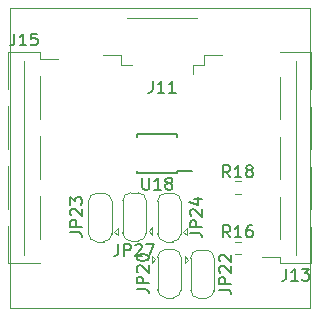
<source format=gbr>
G04 #@! TF.GenerationSoftware,KiCad,Pcbnew,(5.1.2)-2*
G04 #@! TF.CreationDate,2021-11-10T11:28:23-03:00*
G04 #@! TF.ProjectId,MAG_Plus,4d41475f-506c-4757-932e-6b696361645f,rev?*
G04 #@! TF.SameCoordinates,Original*
G04 #@! TF.FileFunction,Legend,Top*
G04 #@! TF.FilePolarity,Positive*
%FSLAX46Y46*%
G04 Gerber Fmt 4.6, Leading zero omitted, Abs format (unit mm)*
G04 Created by KiCad (PCBNEW (5.1.2)-2) date 2021-11-10 11:28:23*
%MOMM*%
%LPD*%
G04 APERTURE LIST*
%ADD10C,0.120000*%
%ADD11C,0.150000*%
G04 APERTURE END LIST*
D10*
X175600000Y-192600000D02*
X150200000Y-192600000D01*
X151400000Y-188099978D02*
X151400000Y-171700000D01*
X174400000Y-188100000D02*
X174400000Y-171700000D01*
X175600000Y-167200000D02*
X150200000Y-167200000D01*
X150200000Y-192600000D02*
X150200000Y-167200000D01*
X175600000Y-192600000D02*
X175600000Y-167200000D01*
X175730000Y-174060000D02*
X175730000Y-170950000D01*
X175730000Y-179140000D02*
X175730000Y-175580000D01*
X175730000Y-184220000D02*
X175730000Y-180660000D01*
X175730000Y-171520000D02*
X175730000Y-170950000D01*
X173070000Y-188850000D02*
X173070000Y-188280000D01*
X173070000Y-188280000D02*
X171550000Y-188280000D01*
X175730000Y-188850000D02*
X175730000Y-185740000D01*
X173070000Y-176600000D02*
X173070000Y-173040000D01*
X173070000Y-181680000D02*
X173070000Y-178120000D01*
X173070000Y-186760000D02*
X173070000Y-183200000D01*
X175730000Y-170950000D02*
X173070000Y-170950000D01*
X175730000Y-188850000D02*
X173070000Y-188850000D01*
X160525000Y-172075000D02*
X159575000Y-172075000D01*
X159575000Y-172075000D02*
X159575000Y-171175000D01*
X159575000Y-171175000D02*
X158075000Y-171175000D01*
X165675000Y-172075000D02*
X166625000Y-172075000D01*
X166625000Y-172075000D02*
X166625000Y-171175000D01*
X166625000Y-171175000D02*
X168125000Y-171175000D01*
X166075000Y-168075000D02*
X160125000Y-168075000D01*
X165675000Y-172075000D02*
X165675000Y-172825000D01*
X150070000Y-170930000D02*
X152730000Y-170930000D01*
X150070000Y-188830000D02*
X152730000Y-188830000D01*
X152730000Y-173020000D02*
X152730000Y-176580000D01*
X152730000Y-178100000D02*
X152730000Y-181660000D01*
X152730000Y-183180000D02*
X152730000Y-186740000D01*
X150070000Y-170930000D02*
X150070000Y-174040000D01*
X152730000Y-171500000D02*
X154250000Y-171500000D01*
X152730000Y-170930000D02*
X152730000Y-171500000D01*
X150070000Y-188260000D02*
X150070000Y-188830000D01*
X150070000Y-175560000D02*
X150070000Y-179120000D01*
X150070000Y-180640000D02*
X150070000Y-184200000D01*
X150070000Y-185720000D02*
X150070000Y-188830000D01*
X162500000Y-188500000D02*
X162200000Y-188800000D01*
X162200000Y-188200000D02*
X162200000Y-188800000D01*
X162500000Y-188500000D02*
X162200000Y-188200000D01*
X163400000Y-187650000D02*
X164000000Y-187650000D01*
X162700000Y-191100000D02*
X162700000Y-188300000D01*
X164000000Y-191750000D02*
X163400000Y-191750000D01*
X164700000Y-188300000D02*
X164700000Y-191100000D01*
X164700000Y-191050000D02*
G75*
G02X164000000Y-191750000I-700000J0D01*
G01*
X163400000Y-191750000D02*
G75*
G02X162700000Y-191050000I0J700000D01*
G01*
X162700000Y-188350000D02*
G75*
G02X163400000Y-187650000I700000J0D01*
G01*
X164000000Y-187650000D02*
G75*
G02X164700000Y-188350000I0J-700000D01*
G01*
X166800000Y-187700000D02*
G75*
G02X167500000Y-188400000I0J-700000D01*
G01*
X165500000Y-188400000D02*
G75*
G02X166200000Y-187700000I700000J0D01*
G01*
X166200000Y-191800000D02*
G75*
G02X165500000Y-191100000I0J700000D01*
G01*
X167500000Y-191100000D02*
G75*
G02X166800000Y-191800000I-700000J0D01*
G01*
X167500000Y-188350000D02*
X167500000Y-191150000D01*
X166800000Y-191800000D02*
X166200000Y-191800000D01*
X165500000Y-191150000D02*
X165500000Y-188350000D01*
X166200000Y-187700000D02*
X166800000Y-187700000D01*
X165300000Y-188550000D02*
X165000000Y-188250000D01*
X165000000Y-188250000D02*
X165000000Y-188850000D01*
X165300000Y-188550000D02*
X165000000Y-188850000D01*
X169250000Y-188060000D02*
X169750000Y-188060000D01*
X169750000Y-187000000D02*
X169250000Y-187000000D01*
X169750000Y-181910000D02*
X169250000Y-181910000D01*
X169250000Y-182970000D02*
X169750000Y-182970000D01*
X159050000Y-186150000D02*
X159350000Y-185850000D01*
X159350000Y-186450000D02*
X159350000Y-185850000D01*
X159050000Y-186150000D02*
X159350000Y-186450000D01*
X158150000Y-187000000D02*
X157550000Y-187000000D01*
X158850000Y-183550000D02*
X158850000Y-186350000D01*
X157550000Y-182900000D02*
X158150000Y-182900000D01*
X156850000Y-186350000D02*
X156850000Y-183550000D01*
X156850000Y-183600000D02*
G75*
G02X157550000Y-182900000I700000J0D01*
G01*
X158150000Y-182900000D02*
G75*
G02X158850000Y-183600000I0J-700000D01*
G01*
X158850000Y-186300000D02*
G75*
G02X158150000Y-187000000I-700000J0D01*
G01*
X157550000Y-187000000D02*
G75*
G02X156850000Y-186300000I0J700000D01*
G01*
X163400000Y-187000000D02*
G75*
G02X162700000Y-186300000I0J700000D01*
G01*
X164700000Y-186300000D02*
G75*
G02X164000000Y-187000000I-700000J0D01*
G01*
X164000000Y-182900000D02*
G75*
G02X164700000Y-183600000I0J-700000D01*
G01*
X162700000Y-183600000D02*
G75*
G02X163400000Y-182900000I700000J0D01*
G01*
X162700000Y-186350000D02*
X162700000Y-183550000D01*
X163400000Y-182900000D02*
X164000000Y-182900000D01*
X164700000Y-183550000D02*
X164700000Y-186350000D01*
X164000000Y-187000000D02*
X163400000Y-187000000D01*
X164900000Y-186150000D02*
X165200000Y-186450000D01*
X165200000Y-186450000D02*
X165200000Y-185850000D01*
X164900000Y-186150000D02*
X165200000Y-185850000D01*
X161950000Y-186100000D02*
X162250000Y-185800000D01*
X162250000Y-186400000D02*
X162250000Y-185800000D01*
X161950000Y-186100000D02*
X162250000Y-186400000D01*
X161050000Y-186950000D02*
X160450000Y-186950000D01*
X161750000Y-183500000D02*
X161750000Y-186300000D01*
X160450000Y-182850000D02*
X161050000Y-182850000D01*
X159750000Y-186300000D02*
X159750000Y-183500000D01*
X159750000Y-183550000D02*
G75*
G02X160450000Y-182850000I700000J0D01*
G01*
X161050000Y-182850000D02*
G75*
G02X161750000Y-183550000I0J-700000D01*
G01*
X161750000Y-186250000D02*
G75*
G02X161050000Y-186950000I-700000J0D01*
G01*
X160450000Y-186950000D02*
G75*
G02X159750000Y-186250000I0J700000D01*
G01*
D11*
X164335000Y-181230000D02*
X164335000Y-181055000D01*
X160985000Y-181230000D02*
X160985000Y-180980000D01*
X160985000Y-177880000D02*
X160985000Y-178130000D01*
X164335000Y-177880000D02*
X164335000Y-178130000D01*
X164335000Y-181230000D02*
X160985000Y-181230000D01*
X164335000Y-177880000D02*
X160985000Y-177880000D01*
X164335000Y-181055000D02*
X165585000Y-181055000D01*
X173590476Y-189302380D02*
X173590476Y-190016666D01*
X173542857Y-190159523D01*
X173447619Y-190254761D01*
X173304761Y-190302380D01*
X173209523Y-190302380D01*
X174590476Y-190302380D02*
X174019047Y-190302380D01*
X174304761Y-190302380D02*
X174304761Y-189302380D01*
X174209523Y-189445238D01*
X174114285Y-189540476D01*
X174019047Y-189588095D01*
X174923809Y-189302380D02*
X175542857Y-189302380D01*
X175209523Y-189683333D01*
X175352380Y-189683333D01*
X175447619Y-189730952D01*
X175495238Y-189778571D01*
X175542857Y-189873809D01*
X175542857Y-190111904D01*
X175495238Y-190207142D01*
X175447619Y-190254761D01*
X175352380Y-190302380D01*
X175066666Y-190302380D01*
X174971428Y-190254761D01*
X174923809Y-190207142D01*
X162290476Y-173402380D02*
X162290476Y-174116666D01*
X162242857Y-174259523D01*
X162147619Y-174354761D01*
X162004761Y-174402380D01*
X161909523Y-174402380D01*
X163290476Y-174402380D02*
X162719047Y-174402380D01*
X163004761Y-174402380D02*
X163004761Y-173402380D01*
X162909523Y-173545238D01*
X162814285Y-173640476D01*
X162719047Y-173688095D01*
X164242857Y-174402380D02*
X163671428Y-174402380D01*
X163957142Y-174402380D02*
X163957142Y-173402380D01*
X163861904Y-173545238D01*
X163766666Y-173640476D01*
X163671428Y-173688095D01*
X150590476Y-169382380D02*
X150590476Y-170096666D01*
X150542857Y-170239523D01*
X150447619Y-170334761D01*
X150304761Y-170382380D01*
X150209523Y-170382380D01*
X151590476Y-170382380D02*
X151019047Y-170382380D01*
X151304761Y-170382380D02*
X151304761Y-169382380D01*
X151209523Y-169525238D01*
X151114285Y-169620476D01*
X151019047Y-169668095D01*
X152495238Y-169382380D02*
X152019047Y-169382380D01*
X151971428Y-169858571D01*
X152019047Y-169810952D01*
X152114285Y-169763333D01*
X152352380Y-169763333D01*
X152447619Y-169810952D01*
X152495238Y-169858571D01*
X152542857Y-169953809D01*
X152542857Y-170191904D01*
X152495238Y-170287142D01*
X152447619Y-170334761D01*
X152352380Y-170382380D01*
X152114285Y-170382380D01*
X152019047Y-170334761D01*
X151971428Y-170287142D01*
X160952380Y-191009523D02*
X161666666Y-191009523D01*
X161809523Y-191057142D01*
X161904761Y-191152380D01*
X161952380Y-191295238D01*
X161952380Y-191390476D01*
X161952380Y-190533333D02*
X160952380Y-190533333D01*
X160952380Y-190152380D01*
X161000000Y-190057142D01*
X161047619Y-190009523D01*
X161142857Y-189961904D01*
X161285714Y-189961904D01*
X161380952Y-190009523D01*
X161428571Y-190057142D01*
X161476190Y-190152380D01*
X161476190Y-190533333D01*
X161047619Y-189580952D02*
X161000000Y-189533333D01*
X160952380Y-189438095D01*
X160952380Y-189200000D01*
X161000000Y-189104761D01*
X161047619Y-189057142D01*
X161142857Y-189009523D01*
X161238095Y-189009523D01*
X161380952Y-189057142D01*
X161952380Y-189628571D01*
X161952380Y-189009523D01*
X160952380Y-188390476D02*
X160952380Y-188295238D01*
X161000000Y-188200000D01*
X161047619Y-188152380D01*
X161142857Y-188104761D01*
X161333333Y-188057142D01*
X161571428Y-188057142D01*
X161761904Y-188104761D01*
X161857142Y-188152380D01*
X161904761Y-188200000D01*
X161952380Y-188295238D01*
X161952380Y-188390476D01*
X161904761Y-188485714D01*
X161857142Y-188533333D01*
X161761904Y-188580952D01*
X161571428Y-188628571D01*
X161333333Y-188628571D01*
X161142857Y-188580952D01*
X161047619Y-188533333D01*
X161000000Y-188485714D01*
X160952380Y-188390476D01*
X167902380Y-191059523D02*
X168616666Y-191059523D01*
X168759523Y-191107142D01*
X168854761Y-191202380D01*
X168902380Y-191345238D01*
X168902380Y-191440476D01*
X168902380Y-190583333D02*
X167902380Y-190583333D01*
X167902380Y-190202380D01*
X167950000Y-190107142D01*
X167997619Y-190059523D01*
X168092857Y-190011904D01*
X168235714Y-190011904D01*
X168330952Y-190059523D01*
X168378571Y-190107142D01*
X168426190Y-190202380D01*
X168426190Y-190583333D01*
X167997619Y-189630952D02*
X167950000Y-189583333D01*
X167902380Y-189488095D01*
X167902380Y-189250000D01*
X167950000Y-189154761D01*
X167997619Y-189107142D01*
X168092857Y-189059523D01*
X168188095Y-189059523D01*
X168330952Y-189107142D01*
X168902380Y-189678571D01*
X168902380Y-189059523D01*
X167997619Y-188678571D02*
X167950000Y-188630952D01*
X167902380Y-188535714D01*
X167902380Y-188297619D01*
X167950000Y-188202380D01*
X167997619Y-188154761D01*
X168092857Y-188107142D01*
X168188095Y-188107142D01*
X168330952Y-188154761D01*
X168902380Y-188726190D01*
X168902380Y-188107142D01*
X168857142Y-186632380D02*
X168523809Y-186156190D01*
X168285714Y-186632380D02*
X168285714Y-185632380D01*
X168666666Y-185632380D01*
X168761904Y-185680000D01*
X168809523Y-185727619D01*
X168857142Y-185822857D01*
X168857142Y-185965714D01*
X168809523Y-186060952D01*
X168761904Y-186108571D01*
X168666666Y-186156190D01*
X168285714Y-186156190D01*
X169809523Y-186632380D02*
X169238095Y-186632380D01*
X169523809Y-186632380D02*
X169523809Y-185632380D01*
X169428571Y-185775238D01*
X169333333Y-185870476D01*
X169238095Y-185918095D01*
X170666666Y-185632380D02*
X170476190Y-185632380D01*
X170380952Y-185680000D01*
X170333333Y-185727619D01*
X170238095Y-185870476D01*
X170190476Y-186060952D01*
X170190476Y-186441904D01*
X170238095Y-186537142D01*
X170285714Y-186584761D01*
X170380952Y-186632380D01*
X170571428Y-186632380D01*
X170666666Y-186584761D01*
X170714285Y-186537142D01*
X170761904Y-186441904D01*
X170761904Y-186203809D01*
X170714285Y-186108571D01*
X170666666Y-186060952D01*
X170571428Y-186013333D01*
X170380952Y-186013333D01*
X170285714Y-186060952D01*
X170238095Y-186108571D01*
X170190476Y-186203809D01*
X168857142Y-181542380D02*
X168523809Y-181066190D01*
X168285714Y-181542380D02*
X168285714Y-180542380D01*
X168666666Y-180542380D01*
X168761904Y-180590000D01*
X168809523Y-180637619D01*
X168857142Y-180732857D01*
X168857142Y-180875714D01*
X168809523Y-180970952D01*
X168761904Y-181018571D01*
X168666666Y-181066190D01*
X168285714Y-181066190D01*
X169809523Y-181542380D02*
X169238095Y-181542380D01*
X169523809Y-181542380D02*
X169523809Y-180542380D01*
X169428571Y-180685238D01*
X169333333Y-180780476D01*
X169238095Y-180828095D01*
X170380952Y-180970952D02*
X170285714Y-180923333D01*
X170238095Y-180875714D01*
X170190476Y-180780476D01*
X170190476Y-180732857D01*
X170238095Y-180637619D01*
X170285714Y-180590000D01*
X170380952Y-180542380D01*
X170571428Y-180542380D01*
X170666666Y-180590000D01*
X170714285Y-180637619D01*
X170761904Y-180732857D01*
X170761904Y-180780476D01*
X170714285Y-180875714D01*
X170666666Y-180923333D01*
X170571428Y-180970952D01*
X170380952Y-180970952D01*
X170285714Y-181018571D01*
X170238095Y-181066190D01*
X170190476Y-181161428D01*
X170190476Y-181351904D01*
X170238095Y-181447142D01*
X170285714Y-181494761D01*
X170380952Y-181542380D01*
X170571428Y-181542380D01*
X170666666Y-181494761D01*
X170714285Y-181447142D01*
X170761904Y-181351904D01*
X170761904Y-181161428D01*
X170714285Y-181066190D01*
X170666666Y-181018571D01*
X170571428Y-180970952D01*
X155302380Y-186209523D02*
X156016666Y-186209523D01*
X156159523Y-186257142D01*
X156254761Y-186352380D01*
X156302380Y-186495238D01*
X156302380Y-186590476D01*
X156302380Y-185733333D02*
X155302380Y-185733333D01*
X155302380Y-185352380D01*
X155350000Y-185257142D01*
X155397619Y-185209523D01*
X155492857Y-185161904D01*
X155635714Y-185161904D01*
X155730952Y-185209523D01*
X155778571Y-185257142D01*
X155826190Y-185352380D01*
X155826190Y-185733333D01*
X155397619Y-184780952D02*
X155350000Y-184733333D01*
X155302380Y-184638095D01*
X155302380Y-184400000D01*
X155350000Y-184304761D01*
X155397619Y-184257142D01*
X155492857Y-184209523D01*
X155588095Y-184209523D01*
X155730952Y-184257142D01*
X156302380Y-184828571D01*
X156302380Y-184209523D01*
X155302380Y-183876190D02*
X155302380Y-183257142D01*
X155683333Y-183590476D01*
X155683333Y-183447619D01*
X155730952Y-183352380D01*
X155778571Y-183304761D01*
X155873809Y-183257142D01*
X156111904Y-183257142D01*
X156207142Y-183304761D01*
X156254761Y-183352380D01*
X156302380Y-183447619D01*
X156302380Y-183733333D01*
X156254761Y-183828571D01*
X156207142Y-183876190D01*
X165452380Y-186259523D02*
X166166666Y-186259523D01*
X166309523Y-186307142D01*
X166404761Y-186402380D01*
X166452380Y-186545238D01*
X166452380Y-186640476D01*
X166452380Y-185783333D02*
X165452380Y-185783333D01*
X165452380Y-185402380D01*
X165500000Y-185307142D01*
X165547619Y-185259523D01*
X165642857Y-185211904D01*
X165785714Y-185211904D01*
X165880952Y-185259523D01*
X165928571Y-185307142D01*
X165976190Y-185402380D01*
X165976190Y-185783333D01*
X165547619Y-184830952D02*
X165500000Y-184783333D01*
X165452380Y-184688095D01*
X165452380Y-184450000D01*
X165500000Y-184354761D01*
X165547619Y-184307142D01*
X165642857Y-184259523D01*
X165738095Y-184259523D01*
X165880952Y-184307142D01*
X166452380Y-184878571D01*
X166452380Y-184259523D01*
X165785714Y-183402380D02*
X166452380Y-183402380D01*
X165404761Y-183640476D02*
X166119047Y-183878571D01*
X166119047Y-183259523D01*
X159390476Y-187202380D02*
X159390476Y-187916666D01*
X159342857Y-188059523D01*
X159247619Y-188154761D01*
X159104761Y-188202380D01*
X159009523Y-188202380D01*
X159866666Y-188202380D02*
X159866666Y-187202380D01*
X160247619Y-187202380D01*
X160342857Y-187250000D01*
X160390476Y-187297619D01*
X160438095Y-187392857D01*
X160438095Y-187535714D01*
X160390476Y-187630952D01*
X160342857Y-187678571D01*
X160247619Y-187726190D01*
X159866666Y-187726190D01*
X160819047Y-187297619D02*
X160866666Y-187250000D01*
X160961904Y-187202380D01*
X161200000Y-187202380D01*
X161295238Y-187250000D01*
X161342857Y-187297619D01*
X161390476Y-187392857D01*
X161390476Y-187488095D01*
X161342857Y-187630952D01*
X160771428Y-188202380D01*
X161390476Y-188202380D01*
X161723809Y-187202380D02*
X162390476Y-187202380D01*
X161961904Y-188202380D01*
X161421904Y-181607380D02*
X161421904Y-182416904D01*
X161469523Y-182512142D01*
X161517142Y-182559761D01*
X161612380Y-182607380D01*
X161802857Y-182607380D01*
X161898095Y-182559761D01*
X161945714Y-182512142D01*
X161993333Y-182416904D01*
X161993333Y-181607380D01*
X162993333Y-182607380D02*
X162421904Y-182607380D01*
X162707619Y-182607380D02*
X162707619Y-181607380D01*
X162612380Y-181750238D01*
X162517142Y-181845476D01*
X162421904Y-181893095D01*
X163564761Y-182035952D02*
X163469523Y-181988333D01*
X163421904Y-181940714D01*
X163374285Y-181845476D01*
X163374285Y-181797857D01*
X163421904Y-181702619D01*
X163469523Y-181655000D01*
X163564761Y-181607380D01*
X163755238Y-181607380D01*
X163850476Y-181655000D01*
X163898095Y-181702619D01*
X163945714Y-181797857D01*
X163945714Y-181845476D01*
X163898095Y-181940714D01*
X163850476Y-181988333D01*
X163755238Y-182035952D01*
X163564761Y-182035952D01*
X163469523Y-182083571D01*
X163421904Y-182131190D01*
X163374285Y-182226428D01*
X163374285Y-182416904D01*
X163421904Y-182512142D01*
X163469523Y-182559761D01*
X163564761Y-182607380D01*
X163755238Y-182607380D01*
X163850476Y-182559761D01*
X163898095Y-182512142D01*
X163945714Y-182416904D01*
X163945714Y-182226428D01*
X163898095Y-182131190D01*
X163850476Y-182083571D01*
X163755238Y-182035952D01*
M02*

</source>
